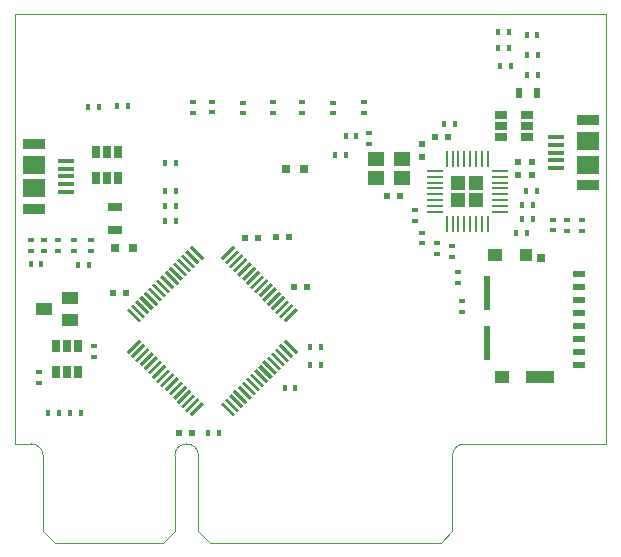
<source format=gtp>
G04 #@! TF.FileFunction,Paste,Top*
%FSLAX46Y46*%
G04 Gerber Fmt 4.6, Leading zero omitted, Abs format (unit mm)*
G04 Created by KiCad (PCBNEW 4.0.7) date 09/09/17 19:38:47*
%MOMM*%
%LPD*%
G01*
G04 APERTURE LIST*
%ADD10C,0.100000*%
%ADD11R,1.400000X1.000000*%
%ADD12R,0.400000X0.600000*%
%ADD13R,1.000000X0.500000*%
%ADD14R,2.390000X1.050000*%
%ADD15R,1.200000X1.050000*%
%ADD16R,1.080000X1.050000*%
%ADD17R,0.780000X0.720000*%
%ADD18R,0.550000X2.910000*%
%ADD19R,0.600000X0.400000*%
%ADD20R,0.600000X0.500000*%
%ADD21R,0.800000X0.750000*%
%ADD22R,0.500000X0.600000*%
%ADD23R,0.500000X0.900000*%
%ADD24R,1.300000X0.700000*%
%ADD25R,1.200000X1.200000*%
%ADD26O,1.500000X0.250000*%
%ADD27O,0.250000X1.500000*%
%ADD28R,1.400000X1.150000*%
%ADD29R,1.900000X1.500000*%
%ADD30R,1.900000X0.900000*%
%ADD31R,1.350000X0.400000*%
%ADD32R,0.650000X1.060000*%
%ADD33R,1.060000X0.650000*%
G04 APERTURE END LIST*
D10*
X137927358Y-135315553D02*
X137927358Y-135715553D01*
X126777358Y-135715553D02*
X126777358Y-135315553D01*
X127777358Y-136715553D02*
X126777358Y-135715553D01*
X136927358Y-136715553D02*
X127777358Y-136715553D01*
X137927358Y-135715553D02*
X136927358Y-136715553D01*
X161427358Y-135315553D02*
X161427358Y-135715553D01*
X139927358Y-135715553D02*
X139927358Y-135315553D01*
X140927358Y-136715553D02*
X139927358Y-135715553D01*
X160427358Y-136715553D02*
X140927358Y-136715553D01*
X161427358Y-135715553D02*
X160427358Y-136715553D01*
X124427358Y-91915553D02*
X174427358Y-91915553D01*
X174427358Y-128315553D02*
X174427358Y-91915553D01*
X174427358Y-128315553D02*
X162427358Y-128315553D01*
X124427358Y-128315553D02*
X124427358Y-91915553D01*
X125777358Y-128315553D02*
X124427358Y-128315553D01*
X125777358Y-128315553D02*
G75*
G02X126777358Y-129315553I0J-1000000D01*
G01*
X126777358Y-135315553D02*
X126777358Y-129315553D01*
X137927358Y-129315553D02*
X137927358Y-135315553D01*
X137927358Y-129315553D02*
G75*
G02X139927358Y-129315553I1000000J0D01*
G01*
X139927358Y-135315553D02*
X139927358Y-129315553D01*
X161427358Y-129315553D02*
X161427358Y-135315553D01*
X161427358Y-129315553D02*
G75*
G02X162427358Y-128315553I1000000J0D01*
G01*
D11*
X129070000Y-117830000D03*
X129070000Y-115930000D03*
X126870000Y-116880000D03*
D12*
X137991000Y-104521000D03*
X137091000Y-104521000D03*
D13*
X172127800Y-121602800D03*
X172127800Y-120502800D03*
X172127800Y-119402800D03*
X172127800Y-118302800D03*
X172127800Y-117202800D03*
X172127800Y-116102800D03*
X172127800Y-115002800D03*
X172127800Y-113902800D03*
D14*
X168822800Y-122652800D03*
D15*
X165637800Y-122652800D03*
X165067800Y-112327800D03*
D16*
X167677800Y-112327800D03*
D17*
X168947800Y-112542800D03*
D18*
X164392800Y-119747800D03*
X164392800Y-115557800D03*
D19*
X143687800Y-99422800D03*
X143687800Y-100322800D03*
X162280000Y-116230000D03*
X162280000Y-117130000D03*
D20*
X133773000Y-115570000D03*
X132673000Y-115570000D03*
D21*
X147332000Y-105029000D03*
X148832000Y-105029000D03*
D22*
X158877000Y-104055000D03*
X158877000Y-102955000D03*
D20*
X155914000Y-107315000D03*
X157014000Y-107315000D03*
X144949000Y-110871000D03*
X143849000Y-110871000D03*
X161078000Y-102362000D03*
X159978000Y-102362000D03*
D21*
X132854000Y-111760000D03*
X134354000Y-111760000D03*
D20*
X139380000Y-127360000D03*
X138280000Y-127360000D03*
X149140000Y-115062000D03*
X148040000Y-115062000D03*
D22*
X167005000Y-105579000D03*
X167005000Y-104479000D03*
D23*
X168580000Y-98620000D03*
X167080000Y-98620000D03*
D24*
X132842000Y-110170000D03*
X132842000Y-108270000D03*
D12*
X168217000Y-108077000D03*
X167317000Y-108077000D03*
X167698000Y-106934000D03*
X168598000Y-106934000D03*
D19*
X148666200Y-100297400D03*
X148666200Y-99397400D03*
X146253200Y-100272000D03*
X146253200Y-99372000D03*
D12*
X137091000Y-106934000D03*
X137991000Y-106934000D03*
X137991000Y-109474000D03*
X137091000Y-109474000D03*
X137991000Y-108204000D03*
X137091000Y-108204000D03*
X161613000Y-101219000D03*
X160713000Y-101219000D03*
D19*
X153949400Y-99397400D03*
X153949400Y-100297400D03*
X151333200Y-99422800D03*
X151333200Y-100322800D03*
D12*
X130614000Y-99822000D03*
X131514000Y-99822000D03*
X133027000Y-99695000D03*
X133927000Y-99695000D03*
D19*
X139446000Y-99372000D03*
X139446000Y-100272000D03*
X154406600Y-102888200D03*
X154406600Y-101988200D03*
D12*
X148125600Y-123545600D03*
X147225600Y-123545600D03*
D19*
X158877000Y-110421000D03*
X158877000Y-111321000D03*
X160147000Y-111310000D03*
X160147000Y-112210000D03*
D12*
X149410000Y-121666000D03*
X150310000Y-121666000D03*
D19*
X161417000Y-111564000D03*
X161417000Y-112464000D03*
X161890000Y-113790000D03*
X161890000Y-114690000D03*
X158242000Y-108541400D03*
X158242000Y-109441400D03*
D12*
X149410000Y-120142000D03*
X150310000Y-120142000D03*
X140774000Y-127381000D03*
X141674000Y-127381000D03*
X153276720Y-102275640D03*
X152376720Y-102275640D03*
D25*
X161937000Y-107684000D03*
X161937000Y-106184000D03*
X163437000Y-106184000D03*
D26*
X165437000Y-108684000D03*
X165437000Y-108184000D03*
X165437000Y-107684000D03*
X165437000Y-107184000D03*
X165437000Y-106684000D03*
X165437000Y-106184000D03*
X165437000Y-105684000D03*
X165437000Y-105184000D03*
D27*
X164437000Y-104184000D03*
X163937000Y-104184000D03*
X163437000Y-104184000D03*
X162937000Y-104184000D03*
X162437000Y-104184000D03*
X161937000Y-104184000D03*
X161437000Y-104184000D03*
X160937000Y-104184000D03*
D26*
X159937000Y-105184000D03*
X159937000Y-105684000D03*
X159937000Y-106184000D03*
X159937000Y-106684000D03*
X159937000Y-107184000D03*
X159937000Y-107684000D03*
X159937000Y-108184000D03*
X159937000Y-108684000D03*
D27*
X160937000Y-109684000D03*
X161437000Y-109684000D03*
X161937000Y-109684000D03*
X162437000Y-109684000D03*
X162937000Y-109684000D03*
X163437000Y-109684000D03*
X163937000Y-109684000D03*
X164437000Y-109684000D03*
D25*
X163437000Y-107684000D03*
D28*
X154983000Y-105829000D03*
X154983000Y-104229000D03*
X157183000Y-104229000D03*
X157183000Y-105829000D03*
D22*
X168148000Y-105579000D03*
X168148000Y-104479000D03*
D20*
X147616000Y-110769400D03*
X146516000Y-110769400D03*
D19*
X141046200Y-99346600D03*
X141046200Y-100246600D03*
D12*
X129990000Y-125730000D03*
X129090000Y-125730000D03*
D19*
X130810000Y-111956000D03*
X130810000Y-111056000D03*
X129413000Y-111956000D03*
X129413000Y-111056000D03*
D12*
X126611800Y-113106200D03*
X125711800Y-113106200D03*
X166810000Y-110440000D03*
X167710000Y-110440000D03*
X167310000Y-109260000D03*
X168210000Y-109260000D03*
X130625000Y-113157000D03*
X129725000Y-113157000D03*
D10*
G36*
X147114053Y-117840329D02*
X148147278Y-116807104D01*
X148338197Y-116998023D01*
X147304972Y-118031248D01*
X147114053Y-117840329D01*
X147114053Y-117840329D01*
G37*
G36*
X146760500Y-117486777D02*
X147793725Y-116453552D01*
X147984644Y-116644471D01*
X146951419Y-117677696D01*
X146760500Y-117486777D01*
X146760500Y-117486777D01*
G37*
G36*
X146406946Y-117133222D02*
X147440171Y-116099997D01*
X147631090Y-116290916D01*
X146597865Y-117324141D01*
X146406946Y-117133222D01*
X146406946Y-117133222D01*
G37*
G36*
X146053393Y-116779670D02*
X147086618Y-115746445D01*
X147277537Y-115937364D01*
X146244312Y-116970589D01*
X146053393Y-116779670D01*
X146053393Y-116779670D01*
G37*
G36*
X145699838Y-116426115D02*
X146733063Y-115392890D01*
X146923982Y-115583809D01*
X145890757Y-116617034D01*
X145699838Y-116426115D01*
X145699838Y-116426115D01*
G37*
G36*
X145346286Y-116072562D02*
X146379511Y-115039337D01*
X146570430Y-115230256D01*
X145537205Y-116263481D01*
X145346286Y-116072562D01*
X145346286Y-116072562D01*
G37*
G36*
X144992733Y-115719010D02*
X146025958Y-114685785D01*
X146216877Y-114876704D01*
X145183652Y-115909929D01*
X144992733Y-115719010D01*
X144992733Y-115719010D01*
G37*
G36*
X144639179Y-115365455D02*
X145672404Y-114332230D01*
X145863323Y-114523149D01*
X144830098Y-115556374D01*
X144639179Y-115365455D01*
X144639179Y-115365455D01*
G37*
G36*
X144285626Y-115011902D02*
X145318851Y-113978677D01*
X145509770Y-114169596D01*
X144476545Y-115202821D01*
X144285626Y-115011902D01*
X144285626Y-115011902D01*
G37*
G36*
X143932071Y-114658348D02*
X144965296Y-113625123D01*
X145156215Y-113816042D01*
X144122990Y-114849267D01*
X143932071Y-114658348D01*
X143932071Y-114658348D01*
G37*
G36*
X143578519Y-114304795D02*
X144611744Y-113271570D01*
X144802663Y-113462489D01*
X143769438Y-114495714D01*
X143578519Y-114304795D01*
X143578519Y-114304795D01*
G37*
G36*
X143224966Y-113951243D02*
X144258191Y-112918018D01*
X144449110Y-113108937D01*
X143415885Y-114142162D01*
X143224966Y-113951243D01*
X143224966Y-113951243D01*
G37*
G36*
X142871411Y-113597688D02*
X143904636Y-112564463D01*
X144095555Y-112755382D01*
X143062330Y-113788607D01*
X142871411Y-113597688D01*
X142871411Y-113597688D01*
G37*
G36*
X142517859Y-113244135D02*
X143551084Y-112210910D01*
X143742003Y-112401829D01*
X142708778Y-113435054D01*
X142517859Y-113244135D01*
X142517859Y-113244135D01*
G37*
G36*
X142164304Y-112890581D02*
X143197529Y-111857356D01*
X143388448Y-112048275D01*
X142355223Y-113081500D01*
X142164304Y-112890581D01*
X142164304Y-112890581D01*
G37*
G36*
X141810752Y-112537028D02*
X142843977Y-111503803D01*
X143034896Y-111694722D01*
X142001671Y-112727947D01*
X141810752Y-112537028D01*
X141810752Y-112537028D01*
G37*
G36*
X139350023Y-111503803D02*
X140383248Y-112537028D01*
X140192329Y-112727947D01*
X139159104Y-111694722D01*
X139350023Y-111503803D01*
X139350023Y-111503803D01*
G37*
G36*
X138996471Y-111857356D02*
X140029696Y-112890581D01*
X139838777Y-113081500D01*
X138805552Y-112048275D01*
X138996471Y-111857356D01*
X138996471Y-111857356D01*
G37*
G36*
X138642916Y-112210910D02*
X139676141Y-113244135D01*
X139485222Y-113435054D01*
X138451997Y-112401829D01*
X138642916Y-112210910D01*
X138642916Y-112210910D01*
G37*
G36*
X138289364Y-112564463D02*
X139322589Y-113597688D01*
X139131670Y-113788607D01*
X138098445Y-112755382D01*
X138289364Y-112564463D01*
X138289364Y-112564463D01*
G37*
G36*
X137935809Y-112918018D02*
X138969034Y-113951243D01*
X138778115Y-114142162D01*
X137744890Y-113108937D01*
X137935809Y-112918018D01*
X137935809Y-112918018D01*
G37*
G36*
X137582256Y-113271570D02*
X138615481Y-114304795D01*
X138424562Y-114495714D01*
X137391337Y-113462489D01*
X137582256Y-113271570D01*
X137582256Y-113271570D01*
G37*
G36*
X137228704Y-113625123D02*
X138261929Y-114658348D01*
X138071010Y-114849267D01*
X137037785Y-113816042D01*
X137228704Y-113625123D01*
X137228704Y-113625123D01*
G37*
G36*
X136875149Y-113978677D02*
X137908374Y-115011902D01*
X137717455Y-115202821D01*
X136684230Y-114169596D01*
X136875149Y-113978677D01*
X136875149Y-113978677D01*
G37*
G36*
X136521596Y-114332230D02*
X137554821Y-115365455D01*
X137363902Y-115556374D01*
X136330677Y-114523149D01*
X136521596Y-114332230D01*
X136521596Y-114332230D01*
G37*
G36*
X136168042Y-114685785D02*
X137201267Y-115719010D01*
X137010348Y-115909929D01*
X135977123Y-114876704D01*
X136168042Y-114685785D01*
X136168042Y-114685785D01*
G37*
G36*
X135814489Y-115039337D02*
X136847714Y-116072562D01*
X136656795Y-116263481D01*
X135623570Y-115230256D01*
X135814489Y-115039337D01*
X135814489Y-115039337D01*
G37*
G36*
X135460937Y-115392890D02*
X136494162Y-116426115D01*
X136303243Y-116617034D01*
X135270018Y-115583809D01*
X135460937Y-115392890D01*
X135460937Y-115392890D01*
G37*
G36*
X135107382Y-115746445D02*
X136140607Y-116779670D01*
X135949688Y-116970589D01*
X134916463Y-115937364D01*
X135107382Y-115746445D01*
X135107382Y-115746445D01*
G37*
G36*
X134753829Y-116099997D02*
X135787054Y-117133222D01*
X135596135Y-117324141D01*
X134562910Y-116290916D01*
X134753829Y-116099997D01*
X134753829Y-116099997D01*
G37*
G36*
X134400275Y-116453552D02*
X135433500Y-117486777D01*
X135242581Y-117677696D01*
X134209356Y-116644471D01*
X134400275Y-116453552D01*
X134400275Y-116453552D01*
G37*
G36*
X134046722Y-116807104D02*
X135079947Y-117840329D01*
X134889028Y-118031248D01*
X133855803Y-116998023D01*
X134046722Y-116807104D01*
X134046722Y-116807104D01*
G37*
G36*
X133855803Y-120491977D02*
X134889028Y-119458752D01*
X135079947Y-119649671D01*
X134046722Y-120682896D01*
X133855803Y-120491977D01*
X133855803Y-120491977D01*
G37*
G36*
X134209356Y-120845529D02*
X135242581Y-119812304D01*
X135433500Y-120003223D01*
X134400275Y-121036448D01*
X134209356Y-120845529D01*
X134209356Y-120845529D01*
G37*
G36*
X134562910Y-121199084D02*
X135596135Y-120165859D01*
X135787054Y-120356778D01*
X134753829Y-121390003D01*
X134562910Y-121199084D01*
X134562910Y-121199084D01*
G37*
G36*
X134916463Y-121552636D02*
X135949688Y-120519411D01*
X136140607Y-120710330D01*
X135107382Y-121743555D01*
X134916463Y-121552636D01*
X134916463Y-121552636D01*
G37*
G36*
X135270018Y-121906191D02*
X136303243Y-120872966D01*
X136494162Y-121063885D01*
X135460937Y-122097110D01*
X135270018Y-121906191D01*
X135270018Y-121906191D01*
G37*
G36*
X135623570Y-122259744D02*
X136656795Y-121226519D01*
X136847714Y-121417438D01*
X135814489Y-122450663D01*
X135623570Y-122259744D01*
X135623570Y-122259744D01*
G37*
G36*
X135977123Y-122613296D02*
X137010348Y-121580071D01*
X137201267Y-121770990D01*
X136168042Y-122804215D01*
X135977123Y-122613296D01*
X135977123Y-122613296D01*
G37*
G36*
X136330677Y-122966851D02*
X137363902Y-121933626D01*
X137554821Y-122124545D01*
X136521596Y-123157770D01*
X136330677Y-122966851D01*
X136330677Y-122966851D01*
G37*
G36*
X136684230Y-123320404D02*
X137717455Y-122287179D01*
X137908374Y-122478098D01*
X136875149Y-123511323D01*
X136684230Y-123320404D01*
X136684230Y-123320404D01*
G37*
G36*
X137037785Y-123673958D02*
X138071010Y-122640733D01*
X138261929Y-122831652D01*
X137228704Y-123864877D01*
X137037785Y-123673958D01*
X137037785Y-123673958D01*
G37*
G36*
X137391337Y-124027511D02*
X138424562Y-122994286D01*
X138615481Y-123185205D01*
X137582256Y-124218430D01*
X137391337Y-124027511D01*
X137391337Y-124027511D01*
G37*
G36*
X137744890Y-124381063D02*
X138778115Y-123347838D01*
X138969034Y-123538757D01*
X137935809Y-124571982D01*
X137744890Y-124381063D01*
X137744890Y-124381063D01*
G37*
G36*
X138098445Y-124734618D02*
X139131670Y-123701393D01*
X139322589Y-123892312D01*
X138289364Y-124925537D01*
X138098445Y-124734618D01*
X138098445Y-124734618D01*
G37*
G36*
X138451997Y-125088171D02*
X139485222Y-124054946D01*
X139676141Y-124245865D01*
X138642916Y-125279090D01*
X138451997Y-125088171D01*
X138451997Y-125088171D01*
G37*
G36*
X138805552Y-125441725D02*
X139838777Y-124408500D01*
X140029696Y-124599419D01*
X138996471Y-125632644D01*
X138805552Y-125441725D01*
X138805552Y-125441725D01*
G37*
G36*
X139159104Y-125795278D02*
X140192329Y-124762053D01*
X140383248Y-124952972D01*
X139350023Y-125986197D01*
X139159104Y-125795278D01*
X139159104Y-125795278D01*
G37*
G36*
X142001671Y-124762053D02*
X143034896Y-125795278D01*
X142843977Y-125986197D01*
X141810752Y-124952972D01*
X142001671Y-124762053D01*
X142001671Y-124762053D01*
G37*
G36*
X142355223Y-124408500D02*
X143388448Y-125441725D01*
X143197529Y-125632644D01*
X142164304Y-124599419D01*
X142355223Y-124408500D01*
X142355223Y-124408500D01*
G37*
G36*
X142708778Y-124054946D02*
X143742003Y-125088171D01*
X143551084Y-125279090D01*
X142517859Y-124245865D01*
X142708778Y-124054946D01*
X142708778Y-124054946D01*
G37*
G36*
X143062330Y-123701393D02*
X144095555Y-124734618D01*
X143904636Y-124925537D01*
X142871411Y-123892312D01*
X143062330Y-123701393D01*
X143062330Y-123701393D01*
G37*
G36*
X143415885Y-123347838D02*
X144449110Y-124381063D01*
X144258191Y-124571982D01*
X143224966Y-123538757D01*
X143415885Y-123347838D01*
X143415885Y-123347838D01*
G37*
G36*
X143769438Y-122994286D02*
X144802663Y-124027511D01*
X144611744Y-124218430D01*
X143578519Y-123185205D01*
X143769438Y-122994286D01*
X143769438Y-122994286D01*
G37*
G36*
X144122990Y-122640733D02*
X145156215Y-123673958D01*
X144965296Y-123864877D01*
X143932071Y-122831652D01*
X144122990Y-122640733D01*
X144122990Y-122640733D01*
G37*
G36*
X144476545Y-122287179D02*
X145509770Y-123320404D01*
X145318851Y-123511323D01*
X144285626Y-122478098D01*
X144476545Y-122287179D01*
X144476545Y-122287179D01*
G37*
G36*
X144830098Y-121933626D02*
X145863323Y-122966851D01*
X145672404Y-123157770D01*
X144639179Y-122124545D01*
X144830098Y-121933626D01*
X144830098Y-121933626D01*
G37*
G36*
X145183652Y-121580071D02*
X146216877Y-122613296D01*
X146025958Y-122804215D01*
X144992733Y-121770990D01*
X145183652Y-121580071D01*
X145183652Y-121580071D01*
G37*
G36*
X145537205Y-121226519D02*
X146570430Y-122259744D01*
X146379511Y-122450663D01*
X145346286Y-121417438D01*
X145537205Y-121226519D01*
X145537205Y-121226519D01*
G37*
G36*
X145890757Y-120872966D02*
X146923982Y-121906191D01*
X146733063Y-122097110D01*
X145699838Y-121063885D01*
X145890757Y-120872966D01*
X145890757Y-120872966D01*
G37*
G36*
X146244312Y-120519411D02*
X147277537Y-121552636D01*
X147086618Y-121743555D01*
X146053393Y-120710330D01*
X146244312Y-120519411D01*
X146244312Y-120519411D01*
G37*
G36*
X146597865Y-120165859D02*
X147631090Y-121199084D01*
X147440171Y-121390003D01*
X146406946Y-120356778D01*
X146597865Y-120165859D01*
X146597865Y-120165859D01*
G37*
G36*
X146951419Y-119812304D02*
X147984644Y-120845529D01*
X147793725Y-121036448D01*
X146760500Y-120003223D01*
X146951419Y-119812304D01*
X146951419Y-119812304D01*
G37*
G36*
X147304972Y-119458752D02*
X148338197Y-120491977D01*
X148147278Y-120682896D01*
X147114053Y-119649671D01*
X147304972Y-119458752D01*
X147304972Y-119458752D01*
G37*
D12*
X151520000Y-103840000D03*
X152420000Y-103840000D03*
X167720000Y-93660000D03*
X168620000Y-93660000D03*
X168650000Y-97100000D03*
X167750000Y-97100000D03*
X165290000Y-94820000D03*
X166190000Y-94820000D03*
X165290000Y-93460000D03*
X166190000Y-93460000D03*
X168650000Y-95400000D03*
X167750000Y-95400000D03*
X165450000Y-96310000D03*
X166350000Y-96310000D03*
D29*
X125984000Y-106664000D03*
D30*
X125984000Y-108414000D03*
D31*
X128684000Y-104364000D03*
X128684000Y-105014000D03*
X128684000Y-105664000D03*
X128684000Y-106314000D03*
X128684000Y-106964000D03*
D29*
X125984000Y-104664000D03*
D30*
X125984000Y-102914000D03*
D29*
X172874940Y-102657400D03*
D30*
X172874940Y-100907400D03*
D31*
X170174940Y-104957400D03*
X170174940Y-104307400D03*
X170174940Y-103657400D03*
X170174940Y-103007400D03*
X170174940Y-102357400D03*
D29*
X172874940Y-104657400D03*
D30*
X172874940Y-106407400D03*
D32*
X131230000Y-105840000D03*
X132180000Y-105840000D03*
X133130000Y-105840000D03*
X133130000Y-103640000D03*
X131230000Y-103640000D03*
X132180000Y-103640000D03*
D33*
X167720000Y-102330000D03*
X167720000Y-101380000D03*
X167720000Y-100430000D03*
X165520000Y-100430000D03*
X165520000Y-102330000D03*
X165520000Y-101380000D03*
D12*
X127210400Y-125704600D03*
X128110400Y-125704600D03*
D19*
X126873000Y-111956000D03*
X126873000Y-111056000D03*
X128016000Y-111956000D03*
X128016000Y-111056000D03*
X125730000Y-111956000D03*
X125730000Y-111056000D03*
X169940000Y-109330000D03*
X169940000Y-110230000D03*
X171160000Y-109350000D03*
X171160000Y-110250000D03*
X172390000Y-109350000D03*
X172390000Y-110250000D03*
D32*
X127870000Y-122220000D03*
X128820000Y-122220000D03*
X129770000Y-122220000D03*
X129770000Y-120020000D03*
X127870000Y-120020000D03*
X128820000Y-120020000D03*
D19*
X126420000Y-122220000D03*
X126420000Y-123120000D03*
X131060000Y-120060000D03*
X131060000Y-120960000D03*
M02*

</source>
